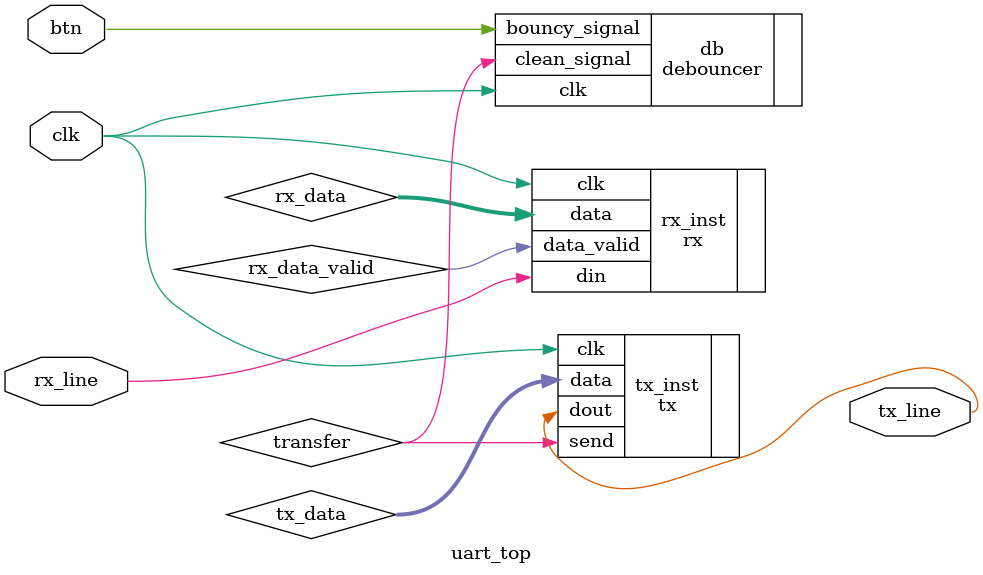
<source format=sv>
`timescale 1ns / 1ps

//////////////////////////////////////////////////////////////////////////////////

module uart_top (
    input  clk,
    input  btn,
    input  rx_line,
    output tx_line
);

    logic transfer;
    logic rx_data_valid;
    logic [7:0] rx_data, tx_data;
    
    debouncer db (.clk(clk),
                  .bouncy_signal(btn),
                  .clean_signal(transfer));

    rx rx_inst (.clk(clk),
                .din(rx_line),
                .data_valid(rx_data_valid),
                .data(rx_data));
    
    tx tx_inst (.clk(clk),
                .send(transfer),
                .dout(tx_line),
                .data(tx_data));

endmodule

</source>
